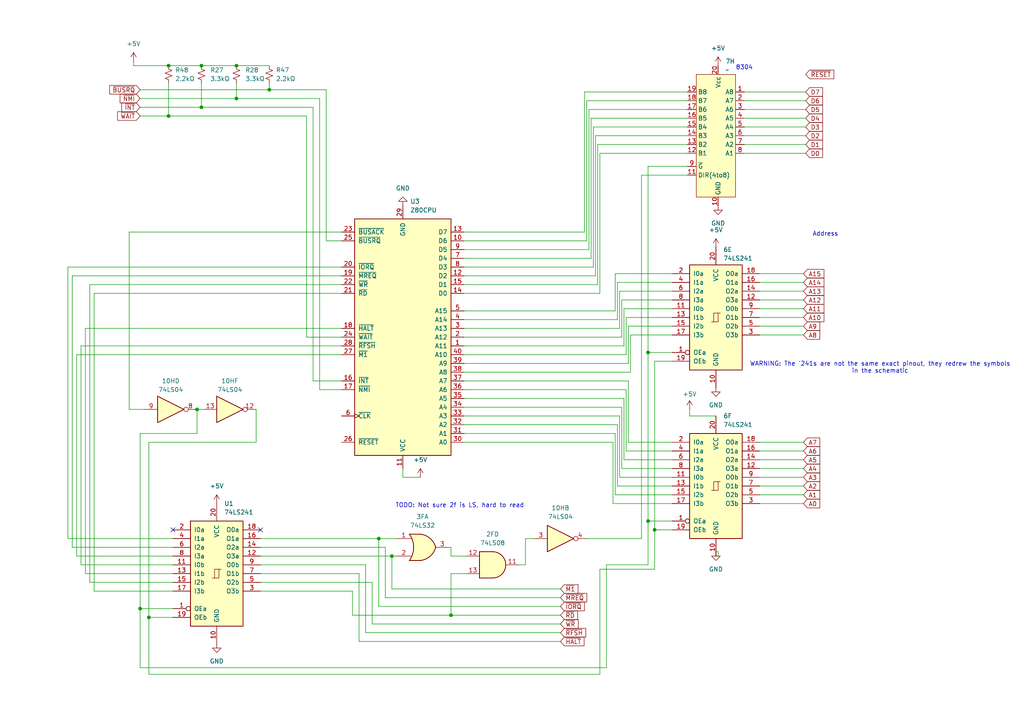
<source format=kicad_sch>
(kicad_sch (version 20250114) (generator "eeschema") (generator_version "9.0")
  (paper "A4")
  (lib_symbols
    (symbol "74xx:74LS04"
      (property "Reference" "U" (at 0 1.27 0))
      (property "Value" "74LS04" (at 0 -1.27 0))
      (symbol "74LS04_1_0"
        (polyline (pts (xy -3.81 3.81) (xy -3.81 -3.81) (xy 3.81 0) (xy -3.81 3.81)) (stroke (width 0.254)) (fill (type background)))
        (pin input line (at -7.62 0 0) (length 3.81) (name "~") (number "1"))
        (pin output inverted (at 7.62 0 180) (length 3.81) (name "~") (number "2"))
      )
      (symbol "74LS04_2_0"
        (polyline (pts (xy -3.81 3.81) (xy -3.81 -3.81) (xy 3.81 0) (xy -3.81 3.81)) (stroke (width 0.254)) (fill (type background)))
        (pin input line (at -7.62 0 0) (length 3.81) (name "~") (number "3"))
        (pin output inverted (at 7.62 0 180) (length 3.81) (name "~") (number "4"))
      )
      (symbol "74LS04_3_0"
        (polyline (pts (xy -3.81 3.81) (xy -3.81 -3.81) (xy 3.81 0) (xy -3.81 3.81)) (stroke (width 0.254)) (fill (type background)))
        (pin input line (at -7.62 0 0) (length 3.81) (name "~") (number "5"))
        (pin output inverted (at 7.62 0 180) (length 3.81) (name "~") (number "6"))
      )
      (symbol "74LS04_4_0"
        (polyline (pts (xy -3.81 3.81) (xy -3.81 -3.81) (xy 3.81 0) (xy -3.81 3.81)) (stroke (width 0.254)) (fill (type background)))
        (pin input line (at -7.62 0 0) (length 3.81) (name "~") (number "9"))
        (pin output inverted (at 7.62 0 180) (length 3.81) (name "~") (number "8"))
      )
      (symbol "74LS04_5_0"
        (polyline (pts (xy -3.81 3.81) (xy -3.81 -3.81) (xy 3.81 0) (xy -3.81 3.81)) (stroke (width 0.254)) (fill (type background)))
        (pin input line (at -7.62 0 0) (length 3.81) (name "~") (number "11"))
        (pin output inverted (at 7.62 0 180) (length 3.81) (name "~") (number "10"))
      )
      (symbol "74LS04_6_0"
        (polyline (pts (xy -3.81 3.81) (xy -3.81 -3.81) (xy 3.81 0) (xy -3.81 3.81)) (stroke (width 0.254)) (fill (type background)))
        (pin input line (at -7.62 0 0) (length 3.81) (name "~") (number "13"))
        (pin output inverted (at 7.62 0 180) (length 3.81) (name "~") (number "12"))
      )
      (symbol "74LS04_7_0"
        (pin power_in line (at 0 12.7 270) (length 5.08) (name "VCC") (number "14"))
        (pin power_in line (at 0 -12.7 90) (length 5.08) (name "GND") (number "7"))
      )
      (symbol "74LS04_7_1"
        (rectangle (start -5.08 7.62) (end 5.08 -7.62) (stroke (width 0.254)) (fill (type background)))
      )
    )
    (symbol "74xx:74LS08" (pin_names (offset 1.016))
      (property "Reference" "U" (at 0 1.27 0))
      (property "Value" "74LS08" (at 0 -1.27 0))
      (symbol "74LS08_1_1"
        (arc (start 0 3.81) (mid 3.7934 0) (end 0 -3.81) (stroke (width 0.254)) (fill (type background)))
        (polyline (pts (xy 0 3.81) (xy -3.81 3.81) (xy -3.81 -3.81) (xy 0 -3.81)) (stroke (width 0.254)) (fill (type background)))
        (pin input line (at -7.62 2.54 0) (length 3.81) (name "~") (number "1"))
        (pin input line (at -7.62 -2.54 0) (length 3.81) (name "~") (number "2"))
        (pin output line (at 7.62 0 180) (length 3.81) (name "~") (number "3"))
      )
      (symbol "74LS08_1_2"
        (arc (start -3.81 3.81) (mid -2.589 0) (end -3.81 -3.81) (stroke (width 0.254)))
        (polyline (pts (xy -3.81 3.81) (xy -0.635 3.81)) (stroke (width 0.254)) (fill (type background)))
        (polyline (pts (xy -3.81 -3.81) (xy -0.635 -3.81)) (stroke (width 0.254)) (fill (type background)))
        (arc (start 3.81 0) (mid 2.1855 -2.584) (end -0.6096 -3.81) (stroke (width 0.254)) (fill (type background)))
        (arc (start -0.6096 3.81) (mid 2.1928 2.5924) (end 3.81 0) (stroke (width 0.254)) (fill (type background)))
        (polyline (pts (xy -0.635 3.81) (xy -3.81 3.81) (xy -3.81 3.81) (xy -3.556 3.4036) (xy -3.0226 2.2606) (xy -2.6924 1.0414) (xy -2.6162 -0.254) (xy -2.7686 -1.4986) (xy -3.175 -2.7178) (xy -3.81 -3.81) (xy -3.81 -3.81) (xy -0.635 -3.81)) (stroke (width -25.4)) (fill (type background)))
        (pin input inverted (at -7.62 2.54 0) (length 4.318) (name "~") (number "1"))
        (pin input inverted (at -7.62 -2.54 0) (length 4.318) (name "~") (number "2"))
        (pin output inverted (at 7.62 0 180) (length 3.81) (name "~") (number "3"))
      )
      (symbol "74LS08_2_1"
        (arc (start 0 3.81) (mid 3.7934 0) (end 0 -3.81) (stroke (width 0.254)) (fill (type background)))
        (polyline (pts (xy 0 3.81) (xy -3.81 3.81) (xy -3.81 -3.81) (xy 0 -3.81)) (stroke (width 0.254)) (fill (type background)))
        (pin input line (at -7.62 2.54 0) (length 3.81) (name "~") (number "4"))
        (pin input line (at -7.62 -2.54 0) (length 3.81) (name "~") (number "5"))
        (pin output line (at 7.62 0 180) (length 3.81) (name "~") (number "6"))
      )
      (symbol "74LS08_2_2"
        (arc (start -3.81 3.81) (mid -2.589 0) (end -3.81 -3.81) (stroke (width 0.254)))
        (polyline (pts (xy -3.81 3.81) (xy -0.635 3.81)) (stroke (width 0.254)) (fill (type background)))
        (polyline (pts (xy -3.81 -3.81) (xy -0.635 -3.81)) (stroke (width 0.254)) (fill (type background)))
        (arc (start 3.81 0) (mid 2.1855 -2.584) (end -0.6096 -3.81) (stroke (width 0.254)) (fill (type background)))
        (arc (start -0.6096 3.81) (mid 2.1928 2.5924) (end 3.81 0) (stroke (width 0.254)) (fill (type background)))
        (polyline (pts (xy -0.635 3.81) (xy -3.81 3.81) (xy -3.81 3.81) (xy -3.556 3.4036) (xy -3.0226 2.2606) (xy -2.6924 1.0414) (xy -2.6162 -0.254) (xy -2.7686 -1.4986) (xy -3.175 -2.7178) (xy -3.81 -3.81) (xy -3.81 -3.81) (xy -0.635 -3.81)) (stroke (width -25.4)) (fill (type background)))
        (pin input inverted (at -7.62 2.54 0) (length 4.318) (name "~") (number "4"))
        (pin input inverted (at -7.62 -2.54 0) (length 4.318) (name "~") (number "5"))
        (pin output inverted (at 7.62 0 180) (length 3.81) (name "~") (number "6"))
      )
      (symbol "74LS08_3_1"
        (arc (start 0 3.81) (mid 3.7934 0) (end 0 -3.81) (stroke (width 0.254)) (fill (type background)))
        (polyline (pts (xy 0 3.81) (xy -3.81 3.81) (xy -3.81 -3.81) (xy 0 -3.81)) (stroke (width 0.254)) (fill (type background)))
        (pin input line (at -7.62 2.54 0) (length 3.81) (name "~") (number "9"))
        (pin input line (at -7.62 -2.54 0) (length 3.81) (name "~") (number "10"))
        (pin output line (at 7.62 0 180) (length 3.81) (name "~") (number "8"))
      )
      (symbol "74LS08_3_2"
        (arc (start -3.81 3.81) (mid -2.589 0) (end -3.81 -3.81) (stroke (width 0.254)))
        (polyline (pts (xy -3.81 3.81) (xy -0.635 3.81)) (stroke (width 0.254)) (fill (type background)))
        (polyline (pts (xy -3.81 -3.81) (xy -0.635 -3.81)) (stroke (width 0.254)) (fill (type background)))
        (arc (start 3.81 0) (mid 2.1855 -2.584) (end -0.6096 -3.81) (stroke (width 0.254)) (fill (type background)))
        (arc (start -0.6096 3.81) (mid 2.1928 2.5924) (end 3.81 0) (stroke (width 0.254)) (fill (type background)))
        (polyline (pts (xy -0.635 3.81) (xy -3.81 3.81) (xy -3.81 3.81) (xy -3.556 3.4036) (xy -3.0226 2.2606) (xy -2.6924 1.0414) (xy -2.6162 -0.254) (xy -2.7686 -1.4986) (xy -3.175 -2.7178) (xy -3.81 -3.81) (xy -3.81 -3.81) (xy -0.635 -3.81)) (stroke (width -25.4)) (fill (type background)))
        (pin input inverted (at -7.62 2.54 0) (length 4.318) (name "~") (number "9"))
        (pin input inverted (at -7.62 -2.54 0) (length 4.318) (name "~") (number "10"))
        (pin output inverted (at 7.62 0 180) (length 3.81) (name "~") (number "8"))
      )
      (symbol "74LS08_4_1"
        (arc (start 0 3.81) (mid 3.7934 0) (end 0 -3.81) (stroke (width 0.254)) (fill (type background)))
        (polyline (pts (xy 0 3.81) (xy -3.81 3.81) (xy -3.81 -3.81) (xy 0 -3.81)) (stroke (width 0.254)) (fill (type background)))
        (pin input line (at -7.62 2.54 0) (length 3.81) (name "~") (number "12"))
        (pin input line (at -7.62 -2.54 0) (length 3.81) (name "~") (number "13"))
        (pin output line (at 7.62 0 180) (length 3.81) (name "~") (number "11"))
      )
      (symbol "74LS08_4_2"
        (arc (start -3.81 3.81) (mid -2.589 0) (end -3.81 -3.81) (stroke (width 0.254)))
        (polyline (pts (xy -3.81 3.81) (xy -0.635 3.81)) (stroke (width 0.254)) (fill (type background)))
        (polyline (pts (xy -3.81 -3.81) (xy -0.635 -3.81)) (stroke (width 0.254)) (fill (type background)))
        (arc (start 3.81 0) (mid 2.1855 -2.584) (end -0.6096 -3.81) (stroke (width 0.254)) (fill (type background)))
        (arc (start -0.6096 3.81) (mid 2.1928 2.5924) (end 3.81 0) (stroke (width 0.254)) (fill (type background)))
        (polyline (pts (xy -0.635 3.81) (xy -3.81 3.81) (xy -3.81 3.81) (xy -3.556 3.4036) (xy -3.0226 2.2606) (xy -2.6924 1.0414) (xy -2.6162 -0.254) (xy -2.7686 -1.4986) (xy -3.175 -2.7178) (xy -3.81 -3.81) (xy -3.81 -3.81) (xy -0.635 -3.81)) (stroke (width -25.4)) (fill (type background)))
        (pin input inverted (at -7.62 2.54 0) (length 4.318) (name "~") (number "12"))
        (pin input inverted (at -7.62 -2.54 0) (length 4.318) (name "~") (number "13"))
        (pin output inverted (at 7.62 0 180) (length 3.81) (name "~") (number "11"))
      )
      (symbol "74LS08_5_0"
        (pin power_in line (at 0 12.7 270) (length 5.08) (name "VCC") (number "14"))
        (pin power_in line (at 0 -12.7 90) (length 5.08) (name "GND") (number "7"))
      )
      (symbol "74LS08_5_1"
        (rectangle (start -5.08 7.62) (end 5.08 -7.62) (stroke (width 0.254)) (fill (type background)))
      )
    )
    (symbol "74xx:74LS241" (pin_names (offset 1.016))
      (property "Reference" "U" (at -7.62 16.51 0))
      (property "Value" "74LS241" (at -7.62 -16.51 0))
      (symbol "74LS241_1_0"
        (polyline (pts (xy -1.27 -1.27) (xy 0.635 -1.27) (xy 0.635 1.27) (xy 1.27 1.27)))
        (polyline (pts (xy -0.635 -1.27) (xy -0.635 1.27) (xy 0.635 1.27)))
        (pin input line (at -12.7 12.7 0) (length 5.08) (name "I0a") (number "2"))
        (pin input line (at -12.7 10.16 0) (length 5.08) (name "I1a") (number "4"))
        (pin input line (at -12.7 7.62 0) (length 5.08) (name "I2a") (number "6"))
        (pin input line (at -12.7 5.08 0) (length 5.08) (name "I3a") (number "8"))
        (pin input line (at -12.7 2.54 0) (length 5.08) (name "I0b") (number "11"))
        (pin input line (at -12.7 0 0) (length 5.08) (name "I1b") (number "13"))
        (pin input line (at -12.7 -2.54 0) (length 5.08) (name "I2b") (number "15"))
        (pin input line (at -12.7 -5.08 0) (length 5.08) (name "I3b") (number "17"))
        (pin input inverted (at -12.7 -10.16 0) (length 5.08) (name "OEa") (number "1"))
        (pin input line (at -12.7 -12.7 0) (length 5.08) (name "OEb") (number "19"))
        (pin power_in line (at 0 20.32 270) (length 5.08) (name "VCC") (number "20"))
        (pin power_in line (at 0 -20.32 90) (length 5.08) (name "GND") (number "10"))
        (pin tri_state line (at 12.7 12.7 180) (length 5.08) (name "O0a") (number "18"))
        (pin tri_state line (at 12.7 10.16 180) (length 5.08) (name "O1a") (number "16"))
        (pin tri_state line (at 12.7 7.62 180) (length 5.08) (name "O2a") (number "14"))
        (pin tri_state line (at 12.7 5.08 180) (length 5.08) (name "O3a") (number "12"))
        (pin tri_state line (at 12.7 2.54 180) (length 5.08) (name "O0b") (number "9"))
        (pin tri_state line (at 12.7 0 180) (length 5.08) (name "O1b") (number "7"))
        (pin tri_state line (at 12.7 -2.54 180) (length 5.08) (name "O2b") (number "5"))
        (pin tri_state line (at 12.7 -5.08 180) (length 5.08) (name "O3b") (number "3"))
      )
      (symbol "74LS241_1_1"
        (rectangle (start -7.62 15.24) (end 7.62 -15.24) (stroke (width 0.254)) (fill (type background)))
      )
    )
    (symbol "74xx:74LS32" (pin_names (offset 1.016))
      (property "Reference" "U" (at 0 1.27 0))
      (property "Value" "74LS32" (at 0 -1.27 0))
      (symbol "74LS32_1_1"
        (arc (start -3.81 3.81) (mid -2.589 0) (end -3.81 -3.81) (stroke (width 0.254)))
        (polyline (pts (xy -3.81 3.81) (xy -0.635 3.81)) (stroke (width 0.254)) (fill (type background)))
        (polyline (pts (xy -3.81 -3.81) (xy -0.635 -3.81)) (stroke (width 0.254)) (fill (type background)))
        (arc (start 3.81 0) (mid 2.1855 -2.584) (end -0.6096 -3.81) (stroke (width 0.254)) (fill (type background)))
        (arc (start -0.6096 3.81) (mid 2.1928 2.5924) (end 3.81 0) (stroke (width 0.254)) (fill (type background)))
        (polyline (pts (xy -0.635 3.81) (xy -3.81 3.81) (xy -3.81 3.81) (xy -3.556 3.4036) (xy -3.0226 2.2606) (xy -2.6924 1.0414) (xy -2.6162 -0.254) (xy -2.7686 -1.4986) (xy -3.175 -2.7178) (xy -3.81 -3.81) (xy -3.81 -3.81) (xy -0.635 -3.81)) (stroke (width -25.4)) (fill (type background)))
        (pin input line (at -7.62 2.54 0) (length 4.318) (name "~") (number "1"))
        (pin input line (at -7.62 -2.54 0) (length 4.318) (name "~") (number "2"))
        (pin output line (at 7.62 0 180) (length 3.81) (name "~") (number "3"))
      )
      (symbol "74LS32_1_2"
        (arc (start 0 3.81) (mid 3.7934 0) (end 0 -3.81) (stroke (width 0.254)) (fill (type background)))
        (polyline (pts (xy 0 3.81) (xy -3.81 3.81) (xy -3.81 -3.81) (xy 0 -3.81)) (stroke (width 0.254)) (fill (type background)))
        (pin input inverted (at -7.62 2.54 0) (length 3.81) (name "~") (number "1"))
        (pin input inverted (at -7.62 -2.54 0) (length 3.81) (name "~") (number "2"))
        (pin output inverted (at 7.62 0 180) (length 3.81) (name "~") (number "3"))
      )
      (symbol "74LS32_2_1"
        (arc (start -3.81 3.81) (mid -2.589 0) (end -3.81 -3.81) (stroke (width 0.254)))
        (polyline (pts (xy -3.81 3.81) (xy -0.635 3.81)) (stroke (width 0.254)) (fill (type background)))
        (polyline (pts (xy -3.81 -3.81) (xy -0.635 -3.81)) (stroke (width 0.254)) (fill (type background)))
        (arc (start 3.81 0) (mid 2.1855 -2.584) (end -0.6096 -3.81) (stroke (width 0.254)) (fill (type background)))
        (arc (start -0.6096 3.81) (mid 2.1928 2.5924) (end 3.81 0) (stroke (width 0.254)) (fill (type background)))
        (polyline (pts (xy -0.635 3.81) (xy -3.81 3.81) (xy -3.81 3.81) (xy -3.556 3.4036) (xy -3.0226 2.2606) (xy -2.6924 1.0414) (xy -2.6162 -0.254) (xy -2.7686 -1.4986) (xy -3.175 -2.7178) (xy -3.81 -3.81) (xy -3.81 -3.81) (xy -0.635 -3.81)) (stroke (width -25.4)) (fill (type background)))
        (pin input line (at -7.62 2.54 0) (length 4.318) (name "~") (number "4"))
        (pin input line (at -7.62 -2.54 0) (length 4.318) (name "~") (number "5"))
        (pin output line (at 7.62 0 180) (length 3.81) (name "~") (number "6"))
      )
      (symbol "74LS32_2_2"
        (arc (start 0 3.81) (mid 3.7934 0) (end 0 -3.81) (stroke (width 0.254)) (fill (type background)))
        (polyline (pts (xy 0 3.81) (xy -3.81 3.81) (xy -3.81 -3.81) (xy 0 -3.81)) (stroke (width 0.254)) (fill (type background)))
        (pin input inverted (at -7.62 2.54 0) (length 3.81) (name "~") (number "4"))
        (pin input inverted (at -7.62 -2.54 0) (length 3.81) (name "~") (number "5"))
        (pin output inverted (at 7.62 0 180) (length 3.81) (name "~") (number "6"))
      )
      (symbol "74LS32_3_1"
        (arc (start -3.81 3.81) (mid -2.589 0) (end -3.81 -3.81) (stroke (width 0.254)))
        (polyline (pts (xy -3.81 3.81) (xy -0.635 3.81)) (stroke (width 0.254)) (fill (type background)))
        (polyline (pts (xy -3.81 -3.81) (xy -0.635 -3.81)) (stroke (width 0.254)) (fill (type background)))
        (arc (start 3.81 0) (mid 2.1855 -2.584) (end -0.6096 -3.81) (stroke (width 0.254)) (fill (type background)))
        (arc (start -0.6096 3.81) (mid 2.1928 2.5924) (end 3.81 0) (stroke (width 0.254)) (fill (type background)))
        (polyline (pts (xy -0.635 3.81) (xy -3.81 3.81) (xy -3.81 3.81) (xy -3.556 3.4036) (xy -3.0226 2.2606) (xy -2.6924 1.0414) (xy -2.6162 -0.254) (xy -2.7686 -1.4986) (xy -3.175 -2.7178) (xy -3.81 -3.81) (xy -3.81 -3.81) (xy -0.635 -3.81)) (stroke (width -25.4)) (fill (type background)))
        (pin input line (at -7.62 2.54 0) (length 4.318) (name "~") (number "9"))
        (pin input line (at -7.62 -2.54 0) (length 4.318) (name "~") (number "10"))
        (pin output line (at 7.62 0 180) (length 3.81) (name "~") (number "8"))
      )
      (symbol "74LS32_3_2"
        (arc (start 0 3.81) (mid 3.7934 0) (end 0 -3.81) (stroke (width 0.254)) (fill (type background)))
        (polyline (pts (xy 0 3.81) (xy -3.81 3.81) (xy -3.81 -3.81) (xy 0 -3.81)) (stroke (width 0.254)) (fill (type background)))
        (pin input inverted (at -7.62 2.54 0) (length 3.81) (name "~") (number "9"))
        (pin input inverted (at -7.62 -2.54 0) (length 3.81) (name "~") (number "10"))
        (pin output inverted (at 7.62 0 180) (length 3.81) (name "~") (number "8"))
      )
      (symbol "74LS32_4_1"
        (arc (start -3.81 3.81) (mid -2.589 0) (end -3.81 -3.81) (stroke (width 0.254)))
        (polyline (pts (xy -3.81 3.81) (xy -0.635 3.81)) (stroke (width 0.254)) (fill (type background)))
        (polyline (pts (xy -3.81 -3.81) (xy -0.635 -3.81)) (stroke (width 0.254)) (fill (type background)))
        (arc (start 3.81 0) (mid 2.1855 -2.584) (end -0.6096 -3.81) (stroke (width 0.254)) (fill (type background)))
        (arc (start -0.6096 3.81) (mid 2.1928 2.5924) (end 3.81 0) (stroke (width 0.254)) (fill (type background)))
        (polyline (pts (xy -0.635 3.81) (xy -3.81 3.81) (xy -3.81 3.81) (xy -3.556 3.4036) (xy -3.0226 2.2606) (xy -2.6924 1.0414) (xy -2.6162 -0.254) (xy -2.7686 -1.4986) (xy -3.175 -2.7178) (xy -3.81 -3.81) (xy -3.81 -3.81) (xy -0.635 -3.81)) (stroke (width -25.4)) (fill (type background)))
        (pin input line (at -7.62 2.54 0) (length 4.318) (name "~") (number "12"))
        (pin input line (at -7.62 -2.54 0) (length 4.318) (name "~") (number "13"))
        (pin output line (at 7.62 0 180) (length 3.81) (name "~") (number "11"))
      )
      (symbol "74LS32_4_2"
        (arc (start 0 3.81) (mid 3.7934 0) (end 0 -3.81) (stroke (width 0.254)) (fill (type background)))
        (polyline (pts (xy 0 3.81) (xy -3.81 3.81) (xy -3.81 -3.81) (xy 0 -3.81)) (stroke (width 0.254)) (fill (type background)))
        (pin input inverted (at -7.62 2.54 0) (length 3.81) (name "~") (number "12"))
        (pin input inverted (at -7.62 -2.54 0) (length 3.81) (name "~") (number "13"))
        (pin output inverted (at 7.62 0 180) (length 3.81) (name "~") (number "11"))
      )
      (symbol "74LS32_5_0"
        (pin power_in line (at 0 12.7 270) (length 5.08) (name "VCC") (number "14"))
        (pin power_in line (at 0 -12.7 90) (length 5.08) (name "GND") (number "7"))
      )
      (symbol "74LS32_5_1"
        (rectangle (start -5.08 7.62) (end 5.08 -7.62) (stroke (width 0.254)) (fill (type background)))
      )
    )
    (symbol "CPU:Z80CPU" (pin_names (offset 1.016))
      (property "Reference" "U" (at -13.97 35.56 0))
      (property "Value" "Z80CPU" (at 6.35 35.56 0))
      (symbol "Z80CPU_0_1"
        (rectangle (start -13.97 34.29) (end 13.97 -34.29) (stroke (width 0.254)) (fill (type background)))
      )
      (symbol "Z80CPU_1_1"
        (pin input line (at -17.78 30.48 0) (length 3.81) (name "~{RESET}") (number "26"))
        (pin input clock (at -17.78 22.86 0) (length 3.81) (name "~{CLK}") (number "6"))
        (pin input line (at -17.78 15.24 0) (length 3.81) (name "~{NMI}") (number "17"))
        (pin input line (at -17.78 12.7 0) (length 3.81) (name "~{INT}") (number "16"))
        (pin output line (at -17.78 5.08 0) (length 3.81) (name "~{M1}") (number "27"))
        (pin output line (at -17.78 2.54 0) (length 3.81) (name "~{RFSH}") (number "28"))
        (pin input line (at -17.78 0 0) (length 3.81) (name "~{WAIT}") (number "24"))
        (pin output line (at -17.78 -2.54 0) (length 3.81) (name "~{HALT}") (number "18"))
        (pin output line (at -17.78 -12.7 0) (length 3.81) (name "~{RD}") (number "21"))
        (pin output line (at -17.78 -15.24 0) (length 3.81) (name "~{WR}") (number "22"))
        (pin output line (at -17.78 -17.78 0) (length 3.81) (name "~{MREQ}") (number "19"))
        (pin output line (at -17.78 -20.32 0) (length 3.81) (name "~{IORQ}") (number "20"))
        (pin input line (at -17.78 -27.94 0) (length 3.81) (name "~{BUSRQ}") (number "25"))
        (pin output line (at -17.78 -30.48 0) (length 3.81) (name "~{BUSACK}") (number "23"))
        (pin power_in line (at 0 38.1 270) (length 3.81) (name "VCC") (number "11"))
        (pin power_in line (at 0 -38.1 90) (length 3.81) (name "GND") (number "29"))
        (pin output line (at 17.78 30.48 180) (length 3.81) (name "A0") (number "30"))
        (pin output line (at 17.78 27.94 180) (length 3.81) (name "A1") (number "31"))
        (pin output line (at 17.78 25.4 180) (length 3.81) (name "A2") (number "32"))
        (pin output line (at 17.78 22.86 180) (length 3.81) (name "A3") (number "33"))
        (pin output line (at 17.78 20.32 180) (length 3.81) (name "A4") (number "34"))
        (pin output line (at 17.78 17.78 180) (length 3.81) (name "A5") (number "35"))
        (pin output line (at 17.78 15.24 180) (length 3.81) (name "A6") (number "36"))
        (pin output line (at 17.78 12.7 180) (length 3.81) (name "A7") (number "37"))
        (pin output line (at 17.78 10.16 180) (length 3.81) (name "A8") (number "38"))
        (pin output line (at 17.78 7.62 180) (length 3.81) (name "A9") (number "39"))
        (pin output line (at 17.78 5.08 180) (length 3.81) (name "A10") (number "40"))
        (pin output line (at 17.78 2.54 180) (length 3.81) (name "A11") (number "1"))
        (pin output line (at 17.78 0 180) (length 3.81) (name "A12") (number "2"))
        (pin output line (at 17.78 -2.54 180) (length 3.81) (name "A13") (number "3"))
        (pin output line (at 17.78 -5.08 180) (length 3.81) (name "A14") (number "4"))
        (pin output line (at 17.78 -7.62 180) (length 3.81) (name "A15") (number "5"))
        (pin bidirectional line (at 17.78 -12.7 180) (length 3.81) (name "D0") (number "14"))
        (pin bidirectional line (at 17.78 -15.24 180) (length 3.81) (name "D1") (number "15"))
        (pin bidirectional line (at 17.78 -17.78 180) (length 3.81) (name "D2") (number "12"))
        (pin bidirectional line (at 17.78 -20.32 180) (length 3.81) (name "D3") (number "8"))
        (pin bidirectional line (at 17.78 -22.86 180) (length 3.81) (name "D4") (number "7"))
        (pin bidirectional line (at 17.78 -25.4 180) (length 3.81) (name "D5") (number "9"))
        (pin bidirectional line (at 17.78 -27.94 180) (length 3.81) (name "D6") (number "10"))
        (pin bidirectional line (at 17.78 -30.48 180) (length 3.81) (name "D7") (number "13"))
      )
    )
    (symbol "Device:R_Small_US" (pin_numbers (hide yes)) (pin_names (offset 0.254) (hide yes))
      (property "Reference" "R" (at 0.762 0.508 0))
      (property "Value" "R_Small_US" (at 0.762 -1.016 0))
      (symbol "R_Small_US_1_1"
        (polyline (pts (xy 0 1.524) (xy 1.016 1.143) (xy 0 0.762) (xy -1.016 0.381) (xy 0 0)))
        (polyline (pts (xy 0 0) (xy 1.016 -0.381) (xy 0 -0.762) (xy -1.016 -1.143) (xy 0 -1.524)))
        (pin passive line (at 0 2.54 270) (length 1.016) (name "~") (number "1"))
        (pin passive line (at 0 -2.54 90) (length 1.016) (name "~") (number "2"))
      )
    )
    (symbol "Exidy:8304"
      (property "Reference" "U" (at 0 0 0))
      (property "Value" "8304" (at 0 0 0))
      (symbol "8304_1_1"
        (rectangle (start -3.81 1.27) (end 7.62 -34.29) (fill (type background)))
        (pin input line (at -6.35 -3.81 0) (length 2.54) (name "B8") (number "19"))
        (pin input line (at -6.35 -6.35 0) (length 2.54) (name "B7") (number "18"))
        (pin input line (at -6.35 -8.89 0) (length 2.54) (name "B6") (number "17"))
        (pin input line (at -6.35 -11.43 0) (length 2.54) (name "B5") (number "16"))
        (pin input line (at -6.35 -13.97 0) (length 2.54) (name "B4") (number "15"))
        (pin input line (at -6.35 -16.51 0) (length 2.54) (name "B3") (number "14"))
        (pin input line (at -6.35 -19.05 0) (length 2.54) (name "B2") (number "13"))
        (pin input line (at -6.35 -21.59 0) (length 2.54) (name "B1") (number "12"))
        (pin input line (at -6.35 -25.4 0) (length 2.54) (name "~{G}") (number "9"))
        (pin input line (at -6.35 -27.94 0) (length 2.54) (name "DIR(4to8)") (number "11"))
        (pin power_in line (at 2.54 3.81 270) (length 2.54) (name "Vcc") (number "20"))
        (pin power_in line (at 2.54 -36.83 90) (length 2.54) (name "GND") (number "10"))
        (pin output line (at 10.16 -3.81 180) (length 2.54) (name "A8") (number "1"))
        (pin output line (at 10.16 -6.35 180) (length 2.54) (name "A7") (number "2"))
        (pin output line (at 10.16 -8.89 180) (length 2.54) (name "A6") (number "3"))
        (pin output line (at 10.16 -11.43 180) (length 2.54) (name "A5") (number "4"))
        (pin output line (at 10.16 -13.97 180) (length 2.54) (name "A4") (number "5"))
        (pin output line (at 10.16 -16.51 180) (length 2.54) (name "A3") (number "6"))
        (pin output line (at 10.16 -19.05 180) (length 2.54) (name "A2") (number "7"))
        (pin output line (at 10.16 -21.59 180) (length 2.54) (name "A1") (number "8"))
      )
    )
    (symbol "power:+5V" (power) (pin_numbers (hide yes)) (pin_names (offset 0) (hide yes))
      (property "Value" "+5V" (at 0 3.556 0))
      (symbol "+5V_0_1"
        (polyline (pts (xy -0.762 1.27) (xy 0 2.54)))
        (polyline (pts (xy 0 2.54) (xy 0.762 1.27)))
        (polyline (pts (xy 0 0) (xy 0 2.54)))
      )
      (symbol "+5V_1_1"
        (pin power_in line (at 0 0 90) (length 0) (name "~") (number "1"))
      )
    )
    (symbol "power:GND" (power) (pin_numbers (hide yes)) (pin_names (offset 0) (hide yes))
      (property "Value" "GND" (at 0 -3.81 0))
      (symbol "GND_0_1"
        (polyline (pts (xy 0 0) (xy 0 -1.27) (xy 1.27 -1.27) (xy 0 -2.54) (xy -1.27 -1.27) (xy 0 -1.27)))
      )
      (symbol "GND_1_1"
        (pin power_in line (at 0 0 270) (length 0) (name "~") (number "1"))
      )
    )
  )
  (text "TODO: Not sure 2f is LS, hard to read" (at 133.35 146.685 0) (effects (font (size 1.27 1.27))))
  (text "8304" (at 215.9 19.685 0) (effects (font (size 1.27 1.27))))
  (text "Address" (at 239.395 67.945 0) (effects (font (size 1.27 1.27))))
  (text "WARNING: The '241s are not the same exact pinout, they redrew the symbols\nin the schematic" (at 255.27 106.68 0) (effects (font (size 1.27 1.27))))
  (junction (at 78.105 26.035))
  (junction (at 109.855 156.21))
  (junction (at 48.895 33.655))
  (junction (at 189.865 153.67))
  (junction (at 68.58 19.05))
  (junction (at 58.42 19.05))
  (junction (at 187.96 151.13))
  (junction (at 43.18 179.07))
  (junction (at 57.15 118.745))
  (junction (at 130.81 178.435))
  (junction (at 40.64 176.53))
  (junction (at 58.42 31.115))
  (junction (at 113.665 161.29))
  (junction (at 68.58 28.575))
  (junction (at 48.895 19.05))
  (junction (at 187.96 102.235))
  (no_connect (at 75.565 153.67))
  (no_connect (at 50.165 153.67))
  (wire (pts (xy 99.06 97.79) (xy 88.9 97.79)))
  (wire (pts (xy 220.345 94.615) (xy 233.045 94.615)))
  (wire (pts (xy 180.34 86.995) (xy 194.945 86.995)))
  (wire (pts (xy 75.565 163.83) (xy 106.045 163.83)))
  (wire (pts (xy 215.9 34.29) (xy 233.68 34.29)))
  (wire (pts (xy 173.355 41.91) (xy 173.355 82.55)))
  (wire (pts (xy 220.345 138.43) (xy 233.045 138.43)))
  (wire (pts (xy 215.9 29.21) (xy 233.68 29.21)))
  (wire (pts (xy 179.07 92.71) (xy 134.62 92.71)))
  (wire (pts (xy 178.435 79.375) (xy 178.435 90.17)))
  (wire (pts (xy 177.8 128.27) (xy 134.62 128.27)))
  (wire (pts (xy 24.765 166.37) (xy 50.165 166.37)))
  (wire (pts (xy 179.705 138.43) (xy 179.705 120.65)))
  (wire (pts (xy 169.545 26.67) (xy 169.545 67.31)))
  (wire (pts (xy 111.76 158.75) (xy 111.76 173.355)))
  (wire (pts (xy 181.61 130.81) (xy 181.61 113.03)))
  (wire (pts (xy 179.07 140.97) (xy 179.07 123.19)))
  (wire (pts (xy 220.345 130.81) (xy 233.045 130.81)))
  (wire (pts (xy 23.495 163.83) (xy 50.165 163.83)))
  (wire (pts (xy 215.9 41.91) (xy 233.68 41.91)))
  (wire (pts (xy 220.345 89.535) (xy 233.045 89.535)))
  (wire (pts (xy 187.96 151.13) (xy 187.96 163.83)))
  (wire (pts (xy 182.245 128.27) (xy 182.245 110.49)))
  (wire (pts (xy 104.14 166.37) (xy 104.14 186.055)))
  (wire (pts (xy 37.465 118.745) (xy 41.91 118.745)))
  (wire (pts (xy 48.895 24.13) (xy 48.895 33.655)))
  (wire (pts (xy 99.06 95.25) (xy 24.765 95.25)))
  (wire (pts (xy 92.71 113.03) (xy 92.71 28.575)))
  (wire (pts (xy 99.06 77.47) (xy 19.685 77.47)))
  (wire (pts (xy 57.15 118.745) (xy 57.15 125.73)))
  (wire (pts (xy 57.15 118.745) (xy 59.055 118.745)))
  (wire (pts (xy 162.56 175.895) (xy 109.855 175.895)))
  (wire (pts (xy 173.99 44.45) (xy 173.99 85.09)))
  (wire (pts (xy 179.705 84.455) (xy 194.945 84.455)))
  (wire (pts (xy 180.975 89.535) (xy 180.975 100.33)))
  (wire (pts (xy 43.18 179.07) (xy 50.165 179.07)))
  (wire (pts (xy 88.9 97.79) (xy 88.9 33.655)))
  (wire (pts (xy 220.345 135.89) (xy 233.045 135.89)))
  (wire (pts (xy 40.64 176.53) (xy 40.64 193.675)))
  (wire (pts (xy 186.055 50.8) (xy 199.39 50.8)))
  (wire (pts (xy 40.64 193.675) (xy 175.895 193.675)))
  (wire (pts (xy 99.06 67.31) (xy 37.465 67.31)))
  (wire (pts (xy 113.665 161.29) (xy 114.935 161.29)))
  (wire (pts (xy 74.295 128.27) (xy 43.18 128.27)))
  (wire (pts (xy 220.345 143.51) (xy 233.045 143.51)))
  (wire (pts (xy 207.645 160.02) (xy 208.28 160.02)))
  (wire (pts (xy 220.345 97.155) (xy 233.045 97.155)))
  (wire (pts (xy 180.975 100.33) (xy 134.62 100.33)))
  (wire (pts (xy 169.545 67.31) (xy 134.62 67.31)))
  (wire (pts (xy 20.955 158.75) (xy 50.165 158.75)))
  (wire (pts (xy 215.9 36.83) (xy 233.68 36.83)))
  (wire (pts (xy 181.61 92.075) (xy 194.945 92.075)))
  (wire (pts (xy 172.72 39.37) (xy 172.72 80.01)))
  (wire (pts (xy 109.855 175.895) (xy 109.855 156.21)))
  (wire (pts (xy 187.96 102.235) (xy 187.96 151.13)))
  (wire (pts (xy 173.99 85.09) (xy 134.62 85.09)))
  (wire (pts (xy 150.495 163.83) (xy 152.4 163.83)))
  (wire (pts (xy 107.95 180.975) (xy 162.56 180.975)))
  (wire (pts (xy 130.81 166.37) (xy 135.255 166.37)))
  (wire (pts (xy 178.435 79.375) (xy 194.945 79.375)))
  (wire (pts (xy 215.9 31.75) (xy 233.68 31.75)))
  (wire (pts (xy 113.665 161.29) (xy 113.665 170.815)))
  (wire (pts (xy 23.495 100.33) (xy 23.495 163.83)))
  (wire (pts (xy 179.07 123.19) (xy 134.62 123.19)))
  (wire (pts (xy 181.61 92.075) (xy 181.61 102.87)))
  (wire (pts (xy 48.895 33.655) (xy 40.64 33.655)))
  (wire (pts (xy 169.545 26.67) (xy 199.39 26.67)))
  (wire (pts (xy 180.975 133.35) (xy 194.945 133.35)))
  (wire (pts (xy 173.99 165.1) (xy 189.865 165.1)))
  (wire (pts (xy 177.8 146.05) (xy 194.945 146.05)))
  (wire (pts (xy 179.705 138.43) (xy 194.945 138.43)))
  (wire (pts (xy 99.06 110.49) (xy 90.805 110.49)))
  (wire (pts (xy 180.34 118.11) (xy 134.62 118.11)))
  (wire (pts (xy 104.14 186.055) (xy 162.56 186.055)))
  (wire (pts (xy 187.96 151.13) (xy 194.945 151.13)))
  (wire (pts (xy 200.025 118.745) (xy 200.025 120.65)))
  (wire (pts (xy 181.61 102.87) (xy 134.62 102.87)))
  (wire (pts (xy 194.945 104.775) (xy 189.865 104.775)))
  (wire (pts (xy 170.18 29.21) (xy 199.39 29.21)))
  (wire (pts (xy 180.34 97.79) (xy 134.62 97.79)))
  (wire (pts (xy 111.76 173.355) (xy 162.56 173.355)))
  (wire (pts (xy 78.105 26.035) (xy 78.105 24.13)))
  (wire (pts (xy 170.815 31.75) (xy 199.39 31.75)))
  (wire (pts (xy 178.435 90.17) (xy 134.62 90.17)))
  (wire (pts (xy 38.735 19.05) (xy 48.895 19.05)))
  (wire (pts (xy 220.345 128.27) (xy 233.045 128.27)))
  (wire (pts (xy 37.465 67.31) (xy 37.465 118.745)))
  (wire (pts (xy 43.18 128.27) (xy 43.18 179.07)))
  (wire (pts (xy 22.225 102.87) (xy 22.225 161.29)))
  (wire (pts (xy 173.99 195.58) (xy 173.99 165.1)))
  (wire (pts (xy 92.71 28.575) (xy 68.58 28.575)))
  (wire (pts (xy 208.28 160.02) (xy 208.28 161.29)))
  (wire (pts (xy 180.34 86.995) (xy 180.34 97.79)))
  (wire (pts (xy 152.4 156.21) (xy 154.94 156.21)))
  (wire (pts (xy 182.245 94.615) (xy 194.945 94.615)))
  (wire (pts (xy 99.06 102.87) (xy 22.225 102.87)))
  (wire (pts (xy 179.705 95.25) (xy 134.62 95.25)))
  (wire (pts (xy 175.895 163.83) (xy 187.96 163.83)))
  (wire (pts (xy 180.975 133.35) (xy 180.975 115.57)))
  (wire (pts (xy 170.18 29.21) (xy 170.18 69.85)))
  (wire (pts (xy 99.06 80.01) (xy 20.955 80.01)))
  (wire (pts (xy 75.565 161.29) (xy 113.665 161.29)))
  (wire (pts (xy 130.81 178.435) (xy 102.235 178.435)))
  (wire (pts (xy 182.245 110.49) (xy 134.62 110.49)))
  (wire (pts (xy 172.72 80.01) (xy 134.62 80.01)))
  (wire (pts (xy 19.685 77.47) (xy 19.685 156.21)))
  (wire (pts (xy 130.81 178.435) (xy 130.81 166.37)))
  (wire (pts (xy 43.18 179.07) (xy 43.18 195.58)))
  (wire (pts (xy 106.045 163.83) (xy 106.045 183.515)))
  (wire (pts (xy 94.615 26.035) (xy 78.105 26.035)))
  (wire (pts (xy 180.34 135.89) (xy 180.34 118.11)))
  (wire (pts (xy 40.64 31.115) (xy 58.42 31.115)))
  (wire (pts (xy 173.99 44.45) (xy 199.39 44.45)))
  (wire (pts (xy 220.345 140.97) (xy 233.045 140.97)))
  (wire (pts (xy 116.84 138.43) (xy 116.84 135.89)))
  (wire (pts (xy 130.81 161.29) (xy 135.255 161.29)))
  (wire (pts (xy 172.085 36.83) (xy 172.085 77.47)))
  (wire (pts (xy 22.225 161.29) (xy 50.165 161.29)))
  (wire (pts (xy 24.765 95.25) (xy 24.765 166.37)))
  (wire (pts (xy 26.035 82.55) (xy 26.035 168.91)))
  (wire (pts (xy 178.435 143.51) (xy 178.435 125.73)))
  (wire (pts (xy 75.565 156.21) (xy 109.855 156.21)))
  (wire (pts (xy 152.4 163.83) (xy 152.4 156.21)))
  (wire (pts (xy 179.07 140.97) (xy 194.945 140.97)))
  (wire (pts (xy 180.34 135.89) (xy 194.945 135.89)))
  (wire (pts (xy 74.295 118.745) (xy 74.295 128.27)))
  (wire (pts (xy 50.165 176.53) (xy 40.64 176.53)))
  (wire (pts (xy 20.955 80.01) (xy 20.955 158.75)))
  (wire (pts (xy 177.8 146.05) (xy 177.8 128.27)))
  (wire (pts (xy 171.45 34.29) (xy 171.45 74.93)))
  (wire (pts (xy 99.06 69.85) (xy 94.615 69.85)))
  (wire (pts (xy 220.345 81.915) (xy 233.045 81.915)))
  (wire (pts (xy 194.945 102.235) (xy 187.96 102.235)))
  (wire (pts (xy 170.18 156.21) (xy 186.055 156.21)))
  (wire (pts (xy 171.45 74.93) (xy 134.62 74.93)))
  (wire (pts (xy 179.07 81.915) (xy 194.945 81.915)))
  (wire (pts (xy 40.64 125.73) (xy 40.64 176.53)))
  (wire (pts (xy 220.345 79.375) (xy 233.045 79.375)))
  (wire (pts (xy 220.345 92.075) (xy 233.045 92.075)))
  (wire (pts (xy 170.815 72.39) (xy 134.62 72.39)))
  (wire (pts (xy 40.64 26.035) (xy 78.105 26.035)))
  (wire (pts (xy 121.92 138.43) (xy 116.84 138.43)))
  (wire (pts (xy 187.96 48.26) (xy 187.96 102.235)))
  (wire (pts (xy 182.88 107.95) (xy 134.62 107.95)))
  (wire (pts (xy 172.72 39.37) (xy 199.39 39.37)))
  (wire (pts (xy 102.235 171.45) (xy 75.565 171.45)))
  (wire (pts (xy 43.18 195.58) (xy 173.99 195.58)))
  (wire (pts (xy 172.085 77.47) (xy 134.62 77.47)))
  (wire (pts (xy 99.06 85.09) (xy 27.305 85.09)))
  (wire (pts (xy 106.045 183.515) (xy 162.56 183.515)))
  (wire (pts (xy 48.895 19.05) (xy 58.42 19.05)))
  (wire (pts (xy 181.61 113.03) (xy 134.62 113.03)))
  (wire (pts (xy 182.88 97.155) (xy 182.88 107.95)))
  (wire (pts (xy 180.975 115.57) (xy 134.62 115.57)))
  (wire (pts (xy 109.855 156.21) (xy 114.935 156.21)))
  (wire (pts (xy 75.565 166.37) (xy 104.14 166.37)))
  (wire (pts (xy 170.18 69.85) (xy 134.62 69.85)))
  (wire (pts (xy 75.565 158.75) (xy 111.76 158.75)))
  (wire (pts (xy 208.28 161.29) (xy 207.645 161.29)))
  (wire (pts (xy 27.305 85.09) (xy 27.305 171.45)))
  (wire (pts (xy 162.56 178.435) (xy 130.81 178.435)))
  (wire (pts (xy 179.07 81.915) (xy 179.07 92.71)))
  (wire (pts (xy 182.245 105.41) (xy 134.62 105.41)))
  (wire (pts (xy 99.06 113.03) (xy 92.71 113.03)))
  (wire (pts (xy 130.81 158.75) (xy 130.81 161.29)))
  (wire (pts (xy 179.705 84.455) (xy 179.705 95.25)))
  (wire (pts (xy 107.95 168.91) (xy 107.95 180.975)))
  (wire (pts (xy 38.735 17.78) (xy 38.735 19.05)))
  (wire (pts (xy 220.345 133.35) (xy 233.045 133.35)))
  (wire (pts (xy 215.9 39.37) (xy 233.68 39.37)))
  (wire (pts (xy 99.06 100.33) (xy 23.495 100.33)))
  (wire (pts (xy 179.705 120.65) (xy 134.62 120.65)))
  (wire (pts (xy 175.895 193.675) (xy 175.895 163.83)))
  (wire (pts (xy 178.435 125.73) (xy 134.62 125.73)))
  (wire (pts (xy 220.345 146.05) (xy 233.045 146.05)))
  (wire (pts (xy 88.9 33.655) (xy 48.895 33.655)))
  (wire (pts (xy 99.06 82.55) (xy 26.035 82.55)))
  (wire (pts (xy 172.085 36.83) (xy 199.39 36.83)))
  (wire (pts (xy 215.9 26.67) (xy 233.68 26.67)))
  (wire (pts (xy 19.685 156.21) (xy 50.165 156.21)))
  (wire (pts (xy 199.39 48.26) (xy 187.96 48.26)))
  (wire (pts (xy 200.025 120.65) (xy 207.645 120.65)))
  (wire (pts (xy 182.245 94.615) (xy 182.245 105.41)))
  (wire (pts (xy 102.235 178.435) (xy 102.235 171.45)))
  (wire (pts (xy 182.245 128.27) (xy 194.945 128.27)))
  (wire (pts (xy 220.345 84.455) (xy 233.045 84.455)))
  (wire (pts (xy 90.805 31.115) (xy 58.42 31.115)))
  (wire (pts (xy 186.055 156.21) (xy 186.055 50.8)))
  (wire (pts (xy 94.615 69.85) (xy 94.615 26.035)))
  (wire (pts (xy 215.9 44.45) (xy 233.68 44.45)))
  (wire (pts (xy 58.42 19.05) (xy 68.58 19.05)))
  (wire (pts (xy 173.355 82.55) (xy 134.62 82.55)))
  (wire (pts (xy 90.805 110.49) (xy 90.805 31.115)))
  (wire (pts (xy 26.035 168.91) (xy 50.165 168.91)))
  (wire (pts (xy 182.88 97.155) (xy 194.945 97.155)))
  (wire (pts (xy 57.15 125.73) (xy 40.64 125.73)))
  (wire (pts (xy 40.64 28.575) (xy 68.58 28.575)))
  (wire (pts (xy 181.61 130.81) (xy 194.945 130.81)))
  (wire (pts (xy 171.45 34.29) (xy 199.39 34.29)))
  (wire (pts (xy 180.975 89.535) (xy 194.945 89.535)))
  (wire (pts (xy 68.58 19.05) (xy 78.105 19.05)))
  (wire (pts (xy 113.665 170.815) (xy 162.56 170.815)))
  (wire (pts (xy 58.42 31.115) (xy 58.42 24.13)))
  (wire (pts (xy 189.865 104.775) (xy 189.865 153.67)))
  (wire (pts (xy 189.865 153.67) (xy 194.945 153.67)))
  (wire (pts (xy 170.815 31.75) (xy 170.815 72.39)))
  (wire (pts (xy 68.58 28.575) (xy 68.58 24.13)))
  (wire (pts (xy 130.175 158.75) (xy 130.81 158.75)))
  (wire (pts (xy 189.865 153.67) (xy 189.865 165.1)))
  (wire (pts (xy 178.435 143.51) (xy 194.945 143.51)))
  (wire (pts (xy 75.565 168.91) (xy 107.95 168.91)))
  (wire (pts (xy 173.355 41.91) (xy 199.39 41.91)))
  (wire (pts (xy 220.345 86.995) (xy 233.045 86.995)))
  (wire (pts (xy 27.305 171.45) (xy 50.165 171.45)))
  (global_label "A10" (shape input) (at 233.045 92.075 0) (property "Intersheetrefs" "${INTERSHEET_REFS}" (effects (hide yes))))
  (global_label "~{WR}" (shape input) (at 162.56 180.975 0) (property "Intersheetrefs" "${INTERSHEET_REFS}" (effects (hide yes))))
  (global_label "~{M1}" (shape input) (at 162.56 170.815 0) (property "Intersheetrefs" "${INTERSHEET_REFS}" (effects (hide yes))))
  (global_label "~{RFSH}" (shape input) (at 162.56 183.515 0) (property "Intersheetrefs" "${INTERSHEET_REFS}" (effects (hide yes))))
  (global_label "A5" (shape input) (at 233.045 133.35 0) (property "Intersheetrefs" "${INTERSHEET_REFS}" (effects (hide yes))))
  (global_label "A11" (shape input) (at 233.045 89.535 0) (property "Intersheetrefs" "${INTERSHEET_REFS}" (effects (hide yes))))
  (global_label "D0" (shape input) (at 233.68 44.45 0) (property "Intersheetrefs" "${INTERSHEET_REFS}" (effects (hide yes))))
  (global_label "~{IORQ}" (shape input) (at 162.56 175.895 0) (property "Intersheetrefs" "${INTERSHEET_REFS}" (effects (hide yes))))
  (global_label "~{INT}" (shape input) (at 40.64 31.115 180) (property "Intersheetrefs" "${INTERSHEET_REFS}" (effects (hide yes))))
  (global_label "~{NMI}" (shape input) (at 40.64 28.575 180) (property "Intersheetrefs" "${INTERSHEET_REFS}" (effects (hide yes))))
  (global_label "D2" (shape input) (at 233.68 39.37 0) (property "Intersheetrefs" "${INTERSHEET_REFS}" (effects (hide yes))))
  (global_label "D7" (shape input) (at 233.68 26.67 0) (property "Intersheetrefs" "${INTERSHEET_REFS}" (effects (hide yes))))
  (global_label "~{MREQ}" (shape input) (at 162.56 173.355 0) (property "Intersheetrefs" "${INTERSHEET_REFS}" (effects (hide yes))))
  (global_label "A1" (shape input) (at 233.045 143.51 0) (property "Intersheetrefs" "${INTERSHEET_REFS}" (effects (hide yes))))
  (global_label "D4" (shape input) (at 233.68 34.29 0) (property "Intersheetrefs" "${INTERSHEET_REFS}" (effects (hide yes))))
  (global_label "A8" (shape input) (at 233.045 97.155 0) (property "Intersheetrefs" "${INTERSHEET_REFS}" (effects (hide yes))))
  (global_label "A4" (shape input) (at 233.045 135.89 0) (property "Intersheetrefs" "${INTERSHEET_REFS}" (effects (hide yes))))
  (global_label "A15" (shape input) (at 233.045 79.375 0) (property "Intersheetrefs" "${INTERSHEET_REFS}" (effects (hide yes))))
  (global_label "A12" (shape input) (at 233.045 86.995 0) (property "Intersheetrefs" "${INTERSHEET_REFS}" (effects (hide yes))))
  (global_label "D6" (shape input) (at 233.68 29.21 0) (property "Intersheetrefs" "${INTERSHEET_REFS}" (effects (hide yes))))
  (global_label "A14" (shape input) (at 233.045 81.915 0) (property "Intersheetrefs" "${INTERSHEET_REFS}" (effects (hide yes))))
  (global_label "~{RESET}" (shape input) (at 233.68 21.59 0) (property "Intersheetrefs" "${INTERSHEET_REFS}" (effects (hide yes))))
  (global_label "A2" (shape input) (at 233.045 140.97 0) (property "Intersheetrefs" "${INTERSHEET_REFS}" (effects (hide yes))))
  (global_label "A3" (shape input) (at 233.045 138.43 0) (property "Intersheetrefs" "${INTERSHEET_REFS}" (effects (hide yes))))
  (global_label "A9" (shape input) (at 233.045 94.615 0) (property "Intersheetrefs" "${INTERSHEET_REFS}" (effects (hide yes))))
  (global_label "~{BUSRQ}" (shape input) (at 40.64 26.035 180) (property "Intersheetrefs" "${INTERSHEET_REFS}" (effects (hide yes))))
  (global_label "~{HALT}" (shape input) (at 162.56 186.055 0) (property "Intersheetrefs" "${INTERSHEET_REFS}" (effects (hide yes))))
  (global_label "A13" (shape input) (at 233.045 84.455 0) (property "Intersheetrefs" "${INTERSHEET_REFS}" (effects (hide yes))))
  (global_label "A6" (shape input) (at 233.045 130.81 0) (property "Intersheetrefs" "${INTERSHEET_REFS}" (effects (hide yes))))
  (global_label "D1" (shape input) (at 233.68 41.91 0) (property "Intersheetrefs" "${INTERSHEET_REFS}" (effects (hide yes))))
  (global_label "D3" (shape input) (at 233.68 36.83 0) (property "Intersheetrefs" "${INTERSHEET_REFS}" (effects (hide yes))))
  (global_label "A0" (shape input) (at 233.045 146.05 0) (property "Intersheetrefs" "${INTERSHEET_REFS}" (effects (hide yes))))
  (global_label "~{RD}" (shape input) (at 162.56 178.435 0) (property "Intersheetrefs" "${INTERSHEET_REFS}" (effects (hide yes))))
  (global_label "D5" (shape input) (at 233.68 31.75 0) (property "Intersheetrefs" "${INTERSHEET_REFS}" (effects (hide yes))))
  (global_label "A7" (shape input) (at 233.045 128.27 0) (property "Intersheetrefs" "${INTERSHEET_REFS}" (effects (hide yes))))
  (global_label "~{WAIT}" (shape input) (at 40.64 33.655 180) (property "Intersheetrefs" "${INTERSHEET_REFS}" (effects (hide yes))))
  (symbol (lib_id "74xx:74LS241") (at 207.645 140.97 0) (unit 1)
    (property "Reference" "6F" (at 209.7883 120.65 0) (effects (justify left)))
    (property "Value" "74LS241" (at 209.7883 123.19 0) (effects (justify left)))
    (property "Datasheet" "http://www.ti.com/lit/ds/symlink/sn74ls241.pdf" (effects (hide yes)))
    (property "Description" "Octal Buffer and Line Driver With 3-State Output, complementary enables, non-inverting outputs" (effects (hide yes)))
  )
  (symbol (lib_id "power:+5V") (at 38.735 17.78 0) (unit 1)
    (property "Reference" "#PWR011" (effects (hide yes)))
    (property "Value" "+5V" (at 38.735 12.7 0))
    (property "Description" "Power symbol creates a global label with name \"+5V\"" (effects (hide yes)))
  )
  (symbol (lib_id "power:+5V") (at 121.92 138.43 0) (unit 1)
    (property "Reference" "#PWR08" (effects (hide yes)))
    (property "Value" "+5V" (at 121.92 133.35 0))
    (property "Description" "Power symbol creates a global label with name \"+5V\"" (effects (hide yes)))
  )
  (symbol (lib_id "74xx:74LS08") (at 142.875 163.83 0) (unit 4)
    (property "Reference" "2F" (at 142.8667 154.94 0))
    (property "Value" "74LS08" (at 142.8667 157.48 0))
    (property "Datasheet" "http://www.ti.com/lit/gpn/sn74LS08" (effects (hide yes)))
    (property "Description" "Quad And2" (effects (hide yes)))
  )
  (symbol (lib_id "74xx:74LS04") (at 49.53 118.745 0) (unit 4)
    (property "Reference" "10H" (at 49.53 110.49 0))
    (property "Value" "74LS04" (at 49.53 113.03 0))
    (property "Datasheet" "http://www.ti.com/lit/gpn/sn74LS04" (effects (hide yes)))
    (property "Description" "Hex Inverter" (effects (hide yes)))
  )
  (symbol (lib_id "Exidy:8304") (at 205.74 22.86 0) (unit 1)
    (property "Reference" "7H" (at 210.4233 17.78 0) (effects (justify left)))
    (property "Value" "~" (at 210.4233 20.32 0) (effects (justify left)))
    (property "Description" "8304 octal buffer; probably can be replaced by 245. power pinout is rough guess based on missing pins on schematic" (effects (hide yes)))
  )
  (symbol (lib_id "power:+5V") (at 207.645 71.755 0) (unit 1)
    (property "Reference" "#PWR01" (effects (hide yes)))
    (property "Value" "+5V" (at 207.645 66.675 0))
    (property "Description" "Power symbol creates a global label with name \"+5V\"" (effects (hide yes)))
  )
  (symbol (lib_id "power:GND") (at 208.28 59.69 0) (unit 1)
    (property "Reference" "#PWR06" (effects (hide yes)))
    (property "Value" "GND" (at 208.28 64.77 0))
    (property "Description" "Power symbol creates a global label with name \"GND\" , ground" (effects (hide yes)))
  )
  (symbol (lib_id "power:GND") (at 207.645 160.02 0) (unit 1)
    (property "Reference" "#PWR02" (effects (hide yes)))
    (property "Value" "GND" (at 207.645 165.1 0))
    (property "Description" "Power symbol creates a global label with name \"GND\" , ground" (effects (hide yes)))
  )
  (symbol (lib_id "74xx:74LS04") (at 66.675 118.745 0) (unit 6)
    (property "Reference" "10H" (at 66.675 110.49 0))
    (property "Value" "74LS04" (at 66.675 113.03 0))
    (property "Datasheet" "http://www.ti.com/lit/gpn/sn74LS04" (effects (hide yes)))
    (property "Description" "Hex Inverter" (effects (hide yes)))
  )
  (symbol (lib_id "Device:R_Small_US") (at 68.58 21.59 0) (unit 1)
    (property "Reference" "R28" (at 71.12 20.3199 0) (effects (justify left)))
    (property "Value" "3.3kΩ" (at 71.12 22.8599 0) (effects (justify left)))
    (property "Description" "Resistor, small US symbol" (effects (hide yes)))
  )
  (symbol (lib_id "CPU:Z80CPU") (at 116.84 97.79 0) (mirror x) (unit 1)
    (property "Reference" "U3" (at 118.9833 58.42 0) (effects (justify left)))
    (property "Value" "Z80CPU" (at 118.9833 60.96 0) (effects (justify left)))
    (property "Datasheet" "www.zilog.com/manage_directlink.php?filepath=docs/z80/um0080" (effects (hide yes)))
    (property "Description" "8-bit General Purpose Microprocessor, DIP-40" (effects (hide yes)))
  )
  (symbol (lib_id "power:+5V") (at 208.28 19.05 0) (unit 1)
    (property "Reference" "#PWR05" (effects (hide yes)))
    (property "Value" "+5V" (at 208.28 13.97 0))
    (property "Description" "Power symbol creates a global label with name \"+5V\"" (effects (hide yes)))
  )
  (symbol (lib_id "power:GND") (at 116.84 59.69 180) (unit 1)
    (property "Reference" "#PWR07" (effects (hide yes)))
    (property "Value" "GND" (at 116.84 54.61 0))
    (property "Description" "Power symbol creates a global label with name \"GND\" , ground" (effects (hide yes)))
  )
  (symbol (lib_id "power:GND") (at 207.645 112.395 0) (unit 1)
    (property "Reference" "#PWR03" (effects (hide yes)))
    (property "Value" "GND" (at 207.645 117.475 0))
    (property "Description" "Power symbol creates a global label with name \"GND\" , ground" (effects (hide yes)))
  )
  (symbol (lib_id "74xx:74LS241") (at 207.645 92.075 0) (unit 1)
    (property "Reference" "6E" (at 209.7883 72.39 0) (effects (justify left)))
    (property "Value" "74LS241" (at 209.7883 74.93 0) (effects (justify left)))
    (property "Datasheet" "http://www.ti.com/lit/ds/symlink/sn74ls241.pdf" (effects (hide yes)))
    (property "Description" "Octal Buffer and Line Driver With 3-State Output, complementary enables, non-inverting outputs" (effects (hide yes)))
  )
  (symbol (lib_id "74xx:74LS04") (at 162.56 156.21 0) (unit 2)
    (property "Reference" "10H" (at 162.56 147.32 0))
    (property "Value" "74LS04" (at 162.56 149.86 0))
    (property "Datasheet" "http://www.ti.com/lit/gpn/sn74LS04" (effects (hide yes)))
    (property "Description" "Hex Inverter" (effects (hide yes)))
  )
  (symbol (lib_id "power:+5V") (at 62.865 146.05 0) (unit 1)
    (property "Reference" "#PWR010" (effects (hide yes)))
    (property "Value" "+5V" (at 62.865 140.97 0))
    (property "Description" "Power symbol creates a global label with name \"+5V\"" (effects (hide yes)))
  )
  (symbol (lib_id "Device:R_Small_US") (at 78.105 21.59 0) (unit 1)
    (property "Reference" "R47" (at 80.01 20.3199 0) (effects (justify left)))
    (property "Value" "2.2kΩ" (at 80.01 22.8599 0) (effects (justify left)))
    (property "Description" "Resistor, small US symbol" (effects (hide yes)))
  )
  (symbol (lib_id "Device:R_Small_US") (at 58.42 21.59 0) (unit 1)
    (property "Reference" "R27" (at 60.96 20.3199 0) (effects (justify left)))
    (property "Value" "3.3kΩ" (at 60.96 22.8599 0) (effects (justify left)))
    (property "Description" "Resistor, small US symbol" (effects (hide yes)))
  )
  (symbol (lib_id "power:+5V") (at 200.025 118.745 0) (unit 1)
    (property "Reference" "#PWR04" (effects (hide yes)))
    (property "Value" "+5V" (at 200.025 114.3 0))
    (property "Description" "Power symbol creates a global label with name \"+5V\"" (effects (hide yes)))
  )
  (symbol (lib_id "74xx:74LS241") (at 62.865 166.37 0) (unit 1)
    (property "Reference" "U1" (at 65.0083 146.05 0) (effects (justify left)))
    (property "Value" "74LS241" (at 65.0083 148.59 0) (effects (justify left)))
    (property "Datasheet" "http://www.ti.com/lit/ds/symlink/sn74ls241.pdf" (effects (hide yes)))
    (property "Description" "Octal Buffer and Line Driver With 3-State Output, complementary enables, non-inverting outputs" (effects (hide yes)))
  )
  (symbol (lib_id "power:GND") (at 62.865 186.69 0) (unit 1)
    (property "Reference" "#PWR09" (effects (hide yes)))
    (property "Value" "GND" (at 62.865 191.77 0))
    (property "Description" "Power symbol creates a global label with name \"GND\" , ground" (effects (hide yes)))
  )
  (symbol (lib_id "Device:R_Small_US") (at 48.895 21.59 0) (unit 1)
    (property "Reference" "R48" (at 50.8 20.3199 0) (effects (justify left)))
    (property "Value" "2.2kΩ" (at 50.8 22.8599 0) (effects (justify left)))
    (property "Description" "Resistor, small US symbol" (effects (hide yes)))
  )
  (symbol (lib_id "74xx:74LS32") (at 122.555 158.75 0) (unit 1)
    (property "Reference" "3F" (at 122.555 149.86 0))
    (property "Value" "74LS32" (at 122.555 152.4 0))
    (property "Datasheet" "http://www.ti.com/lit/gpn/sn74LS32" (effects (hide yes)))
    (property "Description" "Quad 2-input OR" (effects (hide yes)))
  )
)
</source>
